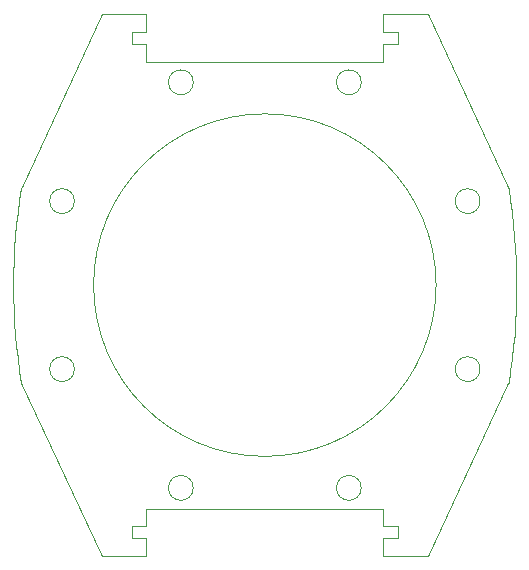
<source format=gbr>
%TF.GenerationSoftware,KiCad,Pcbnew,(5.1.6)-1*%
%TF.CreationDate,2025-07-06T20:52:53+05:30*%
%TF.ProjectId,Project_OAK_BOT_STRAP_V0,50726f6a-6563-4745-9f4f-414b5f424f54,A*%
%TF.SameCoordinates,Original*%
%TF.FileFunction,Profile,NP*%
%FSLAX46Y46*%
G04 Gerber Fmt 4.6, Leading zero omitted, Abs format (unit mm)*
G04 Created by KiCad (PCBNEW (5.1.6)-1) date 2025-07-06 20:52:53*
%MOMM*%
%LPD*%
G01*
G04 APERTURE LIST*
%TA.AperFunction,Profile*%
%ADD10C,0.100000*%
%TD*%
G04 APERTURE END LIST*
D10*
X70459601Y-112409600D02*
X80492600Y-112409600D01*
X60426601Y-112409600D02*
X70459601Y-112409600D01*
X60426683Y-113909599D02*
X60426601Y-112409600D01*
X59226710Y-113909599D02*
X60426683Y-113909599D01*
X80492600Y-112409600D02*
X80492600Y-113909599D01*
X64397601Y-110657000D02*
G75*
G03*
X64397601Y-110657000I-1050000J0D01*
G01*
X78621600Y-76316200D02*
G75*
G03*
X78621600Y-76316200I-1050000J0D01*
G01*
X64397601Y-76316200D02*
G75*
G03*
X64397601Y-76316200I-1050000J0D01*
G01*
X59226601Y-73063600D02*
X59226601Y-72063600D01*
X49197500Y-95558508D02*
X49250500Y-96593208D01*
X49535400Y-99690308D02*
X49672299Y-100719308D01*
X49529099Y-87284108D02*
X49414199Y-88315108D01*
X60426601Y-70563600D02*
X56667121Y-70563600D01*
X49665100Y-86255108D02*
X49529099Y-87284108D01*
X49419499Y-98659408D02*
X49535400Y-99690308D01*
X49164399Y-92451708D02*
X49154500Y-93487408D01*
X59226710Y-114909599D02*
X59226710Y-113909599D01*
X60426738Y-114909599D02*
X59226710Y-114909599D01*
X60426820Y-116409599D02*
X60426738Y-114909599D01*
X49861000Y-85163808D02*
X49822000Y-85228208D01*
X56668006Y-116409599D02*
X60426820Y-116409599D01*
X49822000Y-85228208D02*
X49665100Y-86255108D01*
X49165499Y-94523107D02*
X49197500Y-95558508D01*
X49247300Y-90381508D02*
X49195399Y-91416308D01*
X49414199Y-88315108D02*
X49320300Y-89347708D01*
X60426601Y-72063600D02*
X60426601Y-70563600D01*
X49855600Y-101796708D02*
X56668006Y-116409599D01*
X49324499Y-97627008D02*
X49419499Y-98659408D01*
X49672299Y-100719308D02*
X49830200Y-101745907D01*
X49250500Y-96593208D02*
X49324499Y-97627008D01*
X49154500Y-93487408D02*
X49165499Y-94523107D01*
X49830200Y-101745907D02*
X49855600Y-101796708D01*
X49195399Y-91416308D02*
X49164399Y-92451708D01*
X56667121Y-70563600D02*
X49861000Y-85163808D01*
X49320300Y-89347708D02*
X49247300Y-90381508D01*
X59226601Y-72063600D02*
X60426601Y-72063600D01*
X60426601Y-73063600D02*
X59226601Y-73063600D01*
X60426601Y-74563600D02*
X60426601Y-73063600D01*
X70459601Y-74563600D02*
X60426601Y-74563600D01*
X80492600Y-74563600D02*
X70459601Y-74563600D01*
X80492600Y-73063600D02*
X80492600Y-74563600D01*
X81692600Y-73063600D02*
X80492600Y-73063600D01*
X81692600Y-72063600D02*
X81692600Y-73063600D01*
X80492600Y-72063600D02*
X81692600Y-72063600D01*
X84254461Y-70563600D02*
X80492600Y-70563600D01*
X91076261Y-85193108D02*
X84254461Y-70563600D01*
X91088060Y-85224308D02*
X91076261Y-85193108D01*
X91090061Y-85228208D02*
X91088060Y-85224308D01*
X91247960Y-86254908D02*
X91090061Y-85228208D01*
X91500661Y-88314708D02*
X91384761Y-87283808D01*
X91722160Y-91415608D02*
X91669361Y-90380908D01*
X91068791Y-101798608D02*
X91095960Y-101745808D01*
X88680000Y-100598600D02*
G75*
G03*
X88680000Y-100598600I-1050000J0D01*
G01*
X80492600Y-113909599D02*
X81692600Y-113909599D01*
X91764760Y-93486708D02*
X91753960Y-92451009D01*
X88680000Y-86374600D02*
G75*
G03*
X88680000Y-86374600I-1050000J0D01*
G01*
X84959600Y-93486600D02*
G75*
G03*
X84959600Y-93486600I-14499999J0D01*
G01*
X81692600Y-113909599D02*
X81692600Y-114909600D01*
X91066791Y-101800608D02*
X91068791Y-101798608D01*
X91252960Y-100719008D02*
X91389061Y-99689908D01*
X91723460Y-95557807D02*
X91754661Y-94522408D01*
X91598161Y-97626408D02*
X91671361Y-96592608D01*
X91671361Y-96592608D02*
X91723460Y-95557807D01*
X81692600Y-114909600D02*
X80492600Y-114909600D01*
X91389061Y-99689908D02*
X91504060Y-98659008D01*
X78621600Y-110657000D02*
G75*
G03*
X78621600Y-110657000I-1050000J0D01*
G01*
X91095960Y-101745808D02*
X91252960Y-100719008D01*
X84254211Y-116409600D02*
X91066791Y-101800608D01*
X80492600Y-116409600D02*
X84254211Y-116409600D01*
X54339201Y-86374600D02*
G75*
G03*
X54339201Y-86374600I-1050000J0D01*
G01*
X91595460Y-89347209D02*
X91500661Y-88314708D01*
X91504060Y-98659008D02*
X91598161Y-97626408D01*
X80492600Y-70563600D02*
X80492600Y-72063600D01*
X54339201Y-100598600D02*
G75*
G03*
X54339201Y-100598600I-1050000J0D01*
G01*
X91754661Y-94522408D02*
X91764760Y-93486708D01*
X91384761Y-87283808D02*
X91247960Y-86254908D01*
X91669361Y-90380908D02*
X91595460Y-89347209D01*
X91753960Y-92451009D02*
X91722160Y-91415608D01*
X80492600Y-114909600D02*
X80492600Y-116409600D01*
M02*

</source>
